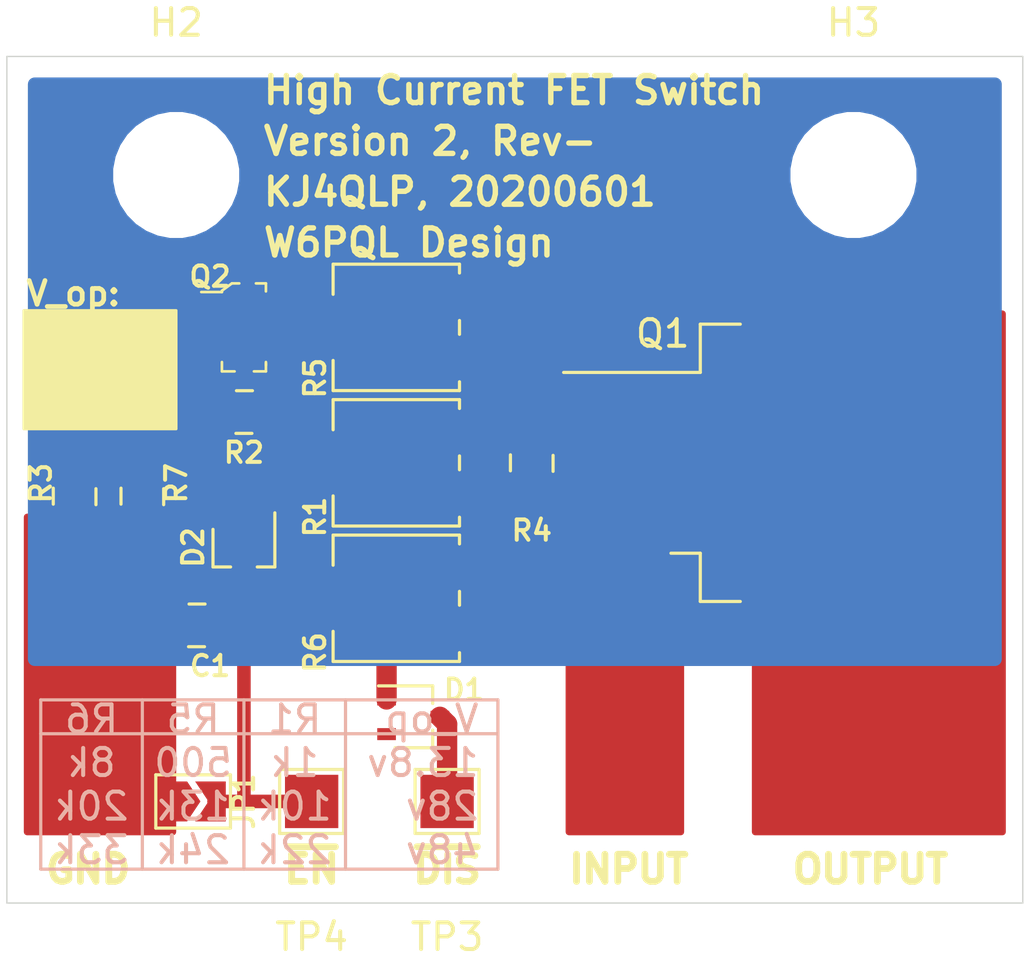
<source format=kicad_pcb>
(kicad_pcb (version 20171130) (host pcbnew 5.1.6-c6e7f7d~86~ubuntu16.04.1)

  (general
    (thickness 1.6)
    (drawings 31)
    (tracks 42)
    (zones 0)
    (modules 17)
    (nets 16)
  )

  (page USLetter)
  (title_block
    (title "High Current FET Switch - Version 1")
    (date 2020-05-31)
    (rev -)
    (company "Amateur Radio")
    (comment 1 "Based on W6PQL Design")
    (comment 2 creativecommons.org/licenses/by/4.0/)
    (comment 3 "License: CC BY 4.0")
    (comment 4 "Author: Zach Leffke, KJ4QLP")
  )

  (layers
    (0 F.Cu signal)
    (31 B.Cu signal)
    (32 B.Adhes user)
    (33 F.Adhes user)
    (34 B.Paste user)
    (35 F.Paste user)
    (36 B.SilkS user)
    (37 F.SilkS user)
    (38 B.Mask user)
    (39 F.Mask user)
    (40 Dwgs.User user)
    (41 Cmts.User user)
    (42 Eco1.User user)
    (43 Eco2.User user)
    (44 Edge.Cuts user)
    (45 Margin user)
    (46 B.CrtYd user)
    (47 F.CrtYd user)
    (48 B.Fab user)
    (49 F.Fab user)
  )

  (setup
    (last_trace_width 0.762)
    (user_trace_width 0.254)
    (user_trace_width 0.508)
    (user_trace_width 0.762)
    (user_trace_width 1.016)
    (user_trace_width 1.27)
    (user_trace_width 1.905)
    (user_trace_width 2.54)
    (trace_clearance 0.254)
    (zone_clearance 0.762)
    (zone_45_only no)
    (trace_min 0.254)
    (via_size 0.508)
    (via_drill 0.254)
    (via_min_size 0.508)
    (via_min_drill 0.254)
    (uvia_size 0.508)
    (uvia_drill 0.254)
    (uvias_allowed no)
    (uvia_min_size 0.508)
    (uvia_min_drill 0.254)
    (edge_width 0.05)
    (segment_width 0.2)
    (pcb_text_width 0.3)
    (pcb_text_size 1.5 1.5)
    (mod_edge_width 0.12)
    (mod_text_size 1 1)
    (mod_text_width 0.15)
    (pad_size 1.524 1.524)
    (pad_drill 0.762)
    (pad_to_mask_clearance 0.05)
    (aux_axis_origin 0 0)
    (visible_elements FFFDFF7F)
    (pcbplotparams
      (layerselection 0x010fc_ffffffff)
      (usegerberextensions false)
      (usegerberattributes true)
      (usegerberadvancedattributes true)
      (creategerberjobfile true)
      (excludeedgelayer true)
      (linewidth 0.100000)
      (plotframeref false)
      (viasonmask false)
      (mode 1)
      (useauxorigin false)
      (hpglpennumber 1)
      (hpglpenspeed 20)
      (hpglpendiameter 15.000000)
      (psnegative false)
      (psa4output false)
      (plotreference true)
      (plotvalue true)
      (plotinvisibletext false)
      (padsonsilk false)
      (subtractmaskfromsilk false)
      (outputformat 1)
      (mirror false)
      (drillshape 1)
      (scaleselection 1)
      (outputdirectory ""))
  )

  (net 0 "")
  (net 1 "Net-(D1-Pad2)")
  (net 2 "Net-(D1-Pad1)")
  (net 3 "Net-(D2-Pad2)")
  (net 4 "Net-(D2-Pad1)")
  (net 5 "Net-(Q1-Pad1)")
  (net 6 "Net-(Q2-Pad1)")
  (net 7 "Net-(Q2-Pad3)")
  (net 8 GND)
  (net 9 +12V)
  (net 10 OUTPUT)
  (net 11 ~EN)
  (net 12 ~DIS)
  (net 13 "Net-(R1-Pad3)")
  (net 14 "Net-(R5-Pad3)")
  (net 15 "Net-(R6-Pad3)")

  (net_class Default "This is the default net class."
    (clearance 0.254)
    (trace_width 0.254)
    (via_dia 0.508)
    (via_drill 0.254)
    (uvia_dia 0.508)
    (uvia_drill 0.254)
    (diff_pair_width 0.508)
    (diff_pair_gap 0.254)
    (add_net +12V)
    (add_net GND)
    (add_net "Net-(D1-Pad1)")
    (add_net "Net-(D1-Pad2)")
    (add_net "Net-(D2-Pad1)")
    (add_net "Net-(D2-Pad2)")
    (add_net "Net-(Q1-Pad1)")
    (add_net "Net-(Q2-Pad1)")
    (add_net "Net-(Q2-Pad3)")
    (add_net "Net-(R1-Pad3)")
    (add_net "Net-(R5-Pad3)")
    (add_net "Net-(R6-Pad3)")
    (add_net OUTPUT)
    (add_net ~DIS)
    (add_net ~EN)
  )

  (module Potentiometer_SMD:Potentiometer_Bourns_3314G_Vertical (layer F.Cu) (tedit 5A81E1D7) (tstamp 5ED49534)
    (at 154.305 121.92 270)
    (descr "Potentiometer, vertical, Bourns 3314G, http://www.bourns.com/docs/Product-Datasheets/3314.pdf")
    (tags "Potentiometer vertical Bourns 3314G")
    (path /5ED498D0)
    (attr smd)
    (fp_text reference R6 (at 2.032 3.048 90) (layer F.SilkS)
      (effects (font (size 0.762 0.762) (thickness 0.15)))
    )
    (fp_text value 8k (at 0 4.65 90) (layer F.Fab)
      (effects (font (size 1 1) (thickness 0.15)))
    )
    (fp_text user %R (at 0 -1.7 90) (layer F.Fab)
      (effects (font (size 0.63 0.63) (thickness 0.15)))
    )
    (fp_circle (center 0 0) (end 1 0) (layer F.Fab) (width 0.1))
    (fp_line (start -2.25 -2.25) (end -2.25 2.25) (layer F.Fab) (width 0.1))
    (fp_line (start -2.25 2.25) (end 2.25 2.25) (layer F.Fab) (width 0.1))
    (fp_line (start 2.25 2.25) (end 2.25 -2.25) (layer F.Fab) (width 0.1))
    (fp_line (start 2.25 -2.25) (end -2.25 -2.25) (layer F.Fab) (width 0.1))
    (fp_line (start 0 0.99) (end 0.001 -0.989) (layer F.Fab) (width 0.1))
    (fp_line (start 0 0.99) (end 0.001 -0.989) (layer F.Fab) (width 0.1))
    (fp_line (start 2.04 -2.37) (end 2.37 -2.37) (layer F.SilkS) (width 0.12))
    (fp_line (start -2.37 -2.37) (end -2.039 -2.37) (layer F.SilkS) (width 0.12))
    (fp_line (start -0.259 -2.37) (end 0.26 -2.37) (layer F.SilkS) (width 0.12))
    (fp_line (start -2.37 2.37) (end -1.24 2.37) (layer F.SilkS) (width 0.12))
    (fp_line (start 1.24 2.37) (end 2.37 2.37) (layer F.SilkS) (width 0.12))
    (fp_line (start -2.37 -2.37) (end -2.37 2.37) (layer F.SilkS) (width 0.12))
    (fp_line (start 2.37 -2.37) (end 2.37 2.37) (layer F.SilkS) (width 0.12))
    (fp_line (start -2.5 -3.65) (end -2.5 3.65) (layer F.CrtYd) (width 0.05))
    (fp_line (start -2.5 3.65) (end 2.5 3.65) (layer F.CrtYd) (width 0.05))
    (fp_line (start 2.5 3.65) (end 2.5 -3.65) (layer F.CrtYd) (width 0.05))
    (fp_line (start 2.5 -3.65) (end -2.5 -3.65) (layer F.CrtYd) (width 0.05))
    (pad 3 smd rect (at -1.15 -2.75 270) (size 1.3 1.3) (layers F.Cu F.Paste F.Mask)
      (net 15 "Net-(R6-Pad3)"))
    (pad 2 smd rect (at 0 2.75 270) (size 2 1.3) (layers F.Cu F.Paste F.Mask)
      (net 4 "Net-(D2-Pad1)"))
    (pad 1 smd rect (at 1.15 -2.75 270) (size 1.3 1.3) (layers F.Cu F.Paste F.Mask)
      (net 9 +12V))
    (model ${KISYS3DMOD}/Potentiometer_SMD.3dshapes/Potentiometer_Bourns_3314G_Vertical.wrl
      (at (xyz 0 0 0))
      (scale (xyz 1 1 1))
      (rotate (xyz 0 0 0))
    )
  )

  (module Potentiometer_SMD:Potentiometer_Bourns_3314G_Vertical (layer F.Cu) (tedit 5A81E1D7) (tstamp 5ED4951A)
    (at 154.305 111.76 270)
    (descr "Potentiometer, vertical, Bourns 3314G, http://www.bourns.com/docs/Product-Datasheets/3314.pdf")
    (tags "Potentiometer vertical Bourns 3314G")
    (path /5ED4A7C0)
    (attr smd)
    (fp_text reference R5 (at 1.905 3.048 90) (layer F.SilkS)
      (effects (font (size 0.762 0.762) (thickness 0.15)))
    )
    (fp_text value 500 (at 0 4.65 90) (layer F.Fab)
      (effects (font (size 1 1) (thickness 0.15)))
    )
    (fp_text user %R (at 0 -1.7 90) (layer F.Fab)
      (effects (font (size 0.63 0.63) (thickness 0.15)))
    )
    (fp_circle (center 0 0) (end 1 0) (layer F.Fab) (width 0.1))
    (fp_line (start -2.25 -2.25) (end -2.25 2.25) (layer F.Fab) (width 0.1))
    (fp_line (start -2.25 2.25) (end 2.25 2.25) (layer F.Fab) (width 0.1))
    (fp_line (start 2.25 2.25) (end 2.25 -2.25) (layer F.Fab) (width 0.1))
    (fp_line (start 2.25 -2.25) (end -2.25 -2.25) (layer F.Fab) (width 0.1))
    (fp_line (start 0 0.99) (end 0.001 -0.989) (layer F.Fab) (width 0.1))
    (fp_line (start 0 0.99) (end 0.001 -0.989) (layer F.Fab) (width 0.1))
    (fp_line (start 2.04 -2.37) (end 2.37 -2.37) (layer F.SilkS) (width 0.12))
    (fp_line (start -2.37 -2.37) (end -2.039 -2.37) (layer F.SilkS) (width 0.12))
    (fp_line (start -0.259 -2.37) (end 0.26 -2.37) (layer F.SilkS) (width 0.12))
    (fp_line (start -2.37 2.37) (end -1.24 2.37) (layer F.SilkS) (width 0.12))
    (fp_line (start 1.24 2.37) (end 2.37 2.37) (layer F.SilkS) (width 0.12))
    (fp_line (start -2.37 -2.37) (end -2.37 2.37) (layer F.SilkS) (width 0.12))
    (fp_line (start 2.37 -2.37) (end 2.37 2.37) (layer F.SilkS) (width 0.12))
    (fp_line (start -2.5 -3.65) (end -2.5 3.65) (layer F.CrtYd) (width 0.05))
    (fp_line (start -2.5 3.65) (end 2.5 3.65) (layer F.CrtYd) (width 0.05))
    (fp_line (start 2.5 3.65) (end 2.5 -3.65) (layer F.CrtYd) (width 0.05))
    (fp_line (start 2.5 -3.65) (end -2.5 -3.65) (layer F.CrtYd) (width 0.05))
    (pad 3 smd rect (at -1.15 -2.75 270) (size 1.3 1.3) (layers F.Cu F.Paste F.Mask)
      (net 14 "Net-(R5-Pad3)"))
    (pad 2 smd rect (at 0 2.75 270) (size 2 1.3) (layers F.Cu F.Paste F.Mask)
      (net 7 "Net-(Q2-Pad3)"))
    (pad 1 smd rect (at 1.15 -2.75 270) (size 1.3 1.3) (layers F.Cu F.Paste F.Mask)
      (net 5 "Net-(Q1-Pad1)"))
    (model ${KISYS3DMOD}/Potentiometer_SMD.3dshapes/Potentiometer_Bourns_3314G_Vertical.wrl
      (at (xyz 0 0 0))
      (scale (xyz 1 1 1))
      (rotate (xyz 0 0 0))
    )
  )

  (module Potentiometer_SMD:Potentiometer_Bourns_3314G_Vertical (layer F.Cu) (tedit 5A81E1D7) (tstamp 5ED497BE)
    (at 154.305 116.84 270)
    (descr "Potentiometer, vertical, Bourns 3314G, http://www.bourns.com/docs/Product-Datasheets/3314.pdf")
    (tags "Potentiometer vertical Bourns 3314G")
    (path /5ED4A1BB)
    (attr smd)
    (fp_text reference R1 (at 2.032 3.048 90) (layer F.SilkS)
      (effects (font (size 0.762 0.762) (thickness 0.15)))
    )
    (fp_text value 1k (at 0 4.65 90) (layer F.Fab)
      (effects (font (size 1 1) (thickness 0.15)))
    )
    (fp_text user %R (at 0 -1.7 90) (layer F.Fab)
      (effects (font (size 0.63 0.63) (thickness 0.15)))
    )
    (fp_circle (center 0 0) (end 1 0) (layer F.Fab) (width 0.1))
    (fp_line (start -2.25 -2.25) (end -2.25 2.25) (layer F.Fab) (width 0.1))
    (fp_line (start -2.25 2.25) (end 2.25 2.25) (layer F.Fab) (width 0.1))
    (fp_line (start 2.25 2.25) (end 2.25 -2.25) (layer F.Fab) (width 0.1))
    (fp_line (start 2.25 -2.25) (end -2.25 -2.25) (layer F.Fab) (width 0.1))
    (fp_line (start 0 0.99) (end 0.001 -0.989) (layer F.Fab) (width 0.1))
    (fp_line (start 0 0.99) (end 0.001 -0.989) (layer F.Fab) (width 0.1))
    (fp_line (start 2.04 -2.37) (end 2.37 -2.37) (layer F.SilkS) (width 0.12))
    (fp_line (start -2.37 -2.37) (end -2.039 -2.37) (layer F.SilkS) (width 0.12))
    (fp_line (start -0.259 -2.37) (end 0.26 -2.37) (layer F.SilkS) (width 0.12))
    (fp_line (start -2.37 2.37) (end -1.24 2.37) (layer F.SilkS) (width 0.12))
    (fp_line (start 1.24 2.37) (end 2.37 2.37) (layer F.SilkS) (width 0.12))
    (fp_line (start -2.37 -2.37) (end -2.37 2.37) (layer F.SilkS) (width 0.12))
    (fp_line (start 2.37 -2.37) (end 2.37 2.37) (layer F.SilkS) (width 0.12))
    (fp_line (start -2.5 -3.65) (end -2.5 3.65) (layer F.CrtYd) (width 0.05))
    (fp_line (start -2.5 3.65) (end 2.5 3.65) (layer F.CrtYd) (width 0.05))
    (fp_line (start 2.5 3.65) (end 2.5 -3.65) (layer F.CrtYd) (width 0.05))
    (fp_line (start 2.5 -3.65) (end -2.5 -3.65) (layer F.CrtYd) (width 0.05))
    (pad 3 smd rect (at -1.15 -2.75 270) (size 1.3 1.3) (layers F.Cu F.Paste F.Mask)
      (net 13 "Net-(R1-Pad3)"))
    (pad 2 smd rect (at 0 2.75 270) (size 2 1.3) (layers F.Cu F.Paste F.Mask)
      (net 2 "Net-(D1-Pad1)"))
    (pad 1 smd rect (at 1.15 -2.75 270) (size 1.3 1.3) (layers F.Cu F.Paste F.Mask)
      (net 9 +12V))
    (model ${KISYS3DMOD}/Potentiometer_SMD.3dshapes/Potentiometer_Bourns_3314G_Vertical.wrl
      (at (xyz 0 0 0))
      (scale (xyz 1 1 1))
      (rotate (xyz 0 0 0))
    )
  )

  (module Jumper:SolderJumper-2_P1.3mm_Open_TrianglePad1.0x1.5mm (layer F.Cu) (tedit 5A64794F) (tstamp 5ED47B54)
    (at 146.685 129.54)
    (descr "SMD Solder Jumper, 1x1.5mm Triangular Pads, 0.3mm gap, open")
    (tags "solder jumper open")
    (path /5ED66C3D)
    (attr virtual)
    (fp_text reference JP1 (at 1.905 0 90) (layer F.SilkS)
      (effects (font (size 0.762 0.762) (thickness 0.15)))
    )
    (fp_text value Jumper (at 0 1.9) (layer F.Fab)
      (effects (font (size 1 1) (thickness 0.15)))
    )
    (fp_line (start -1.4 1) (end -1.4 -1) (layer F.SilkS) (width 0.12))
    (fp_line (start 1.4 1) (end -1.4 1) (layer F.SilkS) (width 0.12))
    (fp_line (start 1.4 -1) (end 1.4 1) (layer F.SilkS) (width 0.12))
    (fp_line (start -1.4 -1) (end 1.4 -1) (layer F.SilkS) (width 0.12))
    (fp_line (start -1.65 -1.25) (end 1.65 -1.25) (layer F.CrtYd) (width 0.05))
    (fp_line (start -1.65 -1.25) (end -1.65 1.25) (layer F.CrtYd) (width 0.05))
    (fp_line (start 1.65 1.25) (end 1.65 -1.25) (layer F.CrtYd) (width 0.05))
    (fp_line (start 1.65 1.25) (end -1.65 1.25) (layer F.CrtYd) (width 0.05))
    (pad 1 smd custom (at -0.725 0) (size 0.3 0.3) (layers F.Cu F.Mask)
      (net 8 GND) (zone_connect 2)
      (options (clearance outline) (anchor rect))
      (primitives
        (gr_poly (pts
           (xy -0.5 -0.75) (xy 0.5 -0.75) (xy 1 0) (xy 0.5 0.75) (xy -0.5 0.75)
) (width 0))
      ))
    (pad 2 smd custom (at 0.725 0) (size 0.3 0.3) (layers F.Cu F.Mask)
      (net 11 ~EN) (zone_connect 2)
      (options (clearance outline) (anchor rect))
      (primitives
        (gr_poly (pts
           (xy -0.65 -0.75) (xy 0.5 -0.75) (xy 0.5 0.75) (xy -0.65 0.75) (xy -0.15 0)
) (width 0))
      ))
  )

  (module MountingHole:MountingHole_3.2mm_M3 (layer F.Cu) (tedit 56D1B4CB) (tstamp 5ED3FC03)
    (at 171.45 106.045)
    (descr "Mounting Hole 3.2mm, no annular, M3")
    (tags "mounting hole 3.2mm no annular m3")
    (path /5ED5F474)
    (attr virtual)
    (fp_text reference H3 (at 0 -5.715) (layer F.SilkS)
      (effects (font (size 1 1) (thickness 0.15)))
    )
    (fp_text value MountingHole (at 0 4.2) (layer F.Fab)
      (effects (font (size 1 1) (thickness 0.15)))
    )
    (fp_circle (center 0 0) (end 3.2 0) (layer Cmts.User) (width 0.15))
    (fp_circle (center 0 0) (end 3.45 0) (layer F.CrtYd) (width 0.05))
    (fp_text user %R (at 0.3 0) (layer F.Fab)
      (effects (font (size 1 1) (thickness 0.15)))
    )
    (pad 1 np_thru_hole circle (at 0 0) (size 3.2 3.2) (drill 3.2) (layers *.Cu *.Mask))
  )

  (module MountingHole:MountingHole_3.2mm_M3 (layer F.Cu) (tedit 56D1B4CB) (tstamp 5ED3FBFB)
    (at 146.05 106.045)
    (descr "Mounting Hole 3.2mm, no annular, M3")
    (tags "mounting hole 3.2mm no annular m3")
    (path /5ED5DAE2)
    (attr virtual)
    (fp_text reference H2 (at 0 -5.715) (layer F.SilkS)
      (effects (font (size 1 1) (thickness 0.15)))
    )
    (fp_text value MountingHole (at 0 4.2) (layer F.Fab)
      (effects (font (size 1 1) (thickness 0.15)))
    )
    (fp_circle (center 0 0) (end 3.2 0) (layer Cmts.User) (width 0.15))
    (fp_circle (center 0 0) (end 3.45 0) (layer F.CrtYd) (width 0.05))
    (fp_text user %R (at 0.3 0) (layer F.Fab)
      (effects (font (size 1 1) (thickness 0.15)))
    )
    (pad 1 np_thru_hole circle (at 0 0) (size 3.2 3.2) (drill 3.2) (layers *.Cu *.Mask))
  )

  (module TestPoint:TestPoint_Pad_2.0x2.0mm (layer F.Cu) (tedit 5A0F774F) (tstamp 5ED390EE)
    (at 151.13 129.54 180)
    (descr "SMD rectangular pad as test Point, square 2.0mm side length")
    (tags "test point SMD pad rectangle square")
    (path /5ED465EC)
    (attr virtual)
    (fp_text reference TP4 (at 0 -5.08) (layer F.SilkS)
      (effects (font (size 1 1) (thickness 0.15)))
    )
    (fp_text value ~ENABLE (at 0 2.05) (layer F.Fab)
      (effects (font (size 1 1) (thickness 0.15)))
    )
    (fp_line (start -1.2 -1.2) (end 1.2 -1.2) (layer F.SilkS) (width 0.12))
    (fp_line (start 1.2 -1.2) (end 1.2 1.2) (layer F.SilkS) (width 0.12))
    (fp_line (start 1.2 1.2) (end -1.2 1.2) (layer F.SilkS) (width 0.12))
    (fp_line (start -1.2 1.2) (end -1.2 -1.2) (layer F.SilkS) (width 0.12))
    (fp_line (start -1.5 -1.5) (end 1.5 -1.5) (layer F.CrtYd) (width 0.05))
    (fp_line (start -1.5 -1.5) (end -1.5 1.5) (layer F.CrtYd) (width 0.05))
    (fp_line (start 1.5 1.5) (end 1.5 -1.5) (layer F.CrtYd) (width 0.05))
    (fp_line (start 1.5 1.5) (end -1.5 1.5) (layer F.CrtYd) (width 0.05))
    (fp_text user %R (at 0 -2) (layer F.Fab)
      (effects (font (size 1 1) (thickness 0.15)))
    )
    (pad 1 smd rect (at 0 0 180) (size 2 2) (layers F.Cu F.Mask)
      (net 11 ~EN))
  )

  (module TestPoint:TestPoint_Pad_2.0x2.0mm (layer F.Cu) (tedit 5A0F774F) (tstamp 5ED390E0)
    (at 156.21 129.54 180)
    (descr "SMD rectangular pad as test Point, square 2.0mm side length")
    (tags "test point SMD pad rectangle square")
    (path /5ED4724F)
    (attr virtual)
    (fp_text reference TP3 (at 0 -5.08) (layer F.SilkS)
      (effects (font (size 1 1) (thickness 0.15)))
    )
    (fp_text value ~DISABLE (at 0 2.05) (layer F.Fab)
      (effects (font (size 1 1) (thickness 0.15)))
    )
    (fp_line (start -1.2 -1.2) (end 1.2 -1.2) (layer F.SilkS) (width 0.12))
    (fp_line (start 1.2 -1.2) (end 1.2 1.2) (layer F.SilkS) (width 0.12))
    (fp_line (start 1.2 1.2) (end -1.2 1.2) (layer F.SilkS) (width 0.12))
    (fp_line (start -1.2 1.2) (end -1.2 -1.2) (layer F.SilkS) (width 0.12))
    (fp_line (start -1.5 -1.5) (end 1.5 -1.5) (layer F.CrtYd) (width 0.05))
    (fp_line (start -1.5 -1.5) (end -1.5 1.5) (layer F.CrtYd) (width 0.05))
    (fp_line (start 1.5 1.5) (end 1.5 -1.5) (layer F.CrtYd) (width 0.05))
    (fp_line (start 1.5 1.5) (end -1.5 1.5) (layer F.CrtYd) (width 0.05))
    (fp_text user %R (at 0 -2) (layer F.Fab)
      (effects (font (size 1 1) (thickness 0.15)))
    )
    (pad 1 smd rect (at 0 0 180) (size 2 2) (layers F.Cu F.Mask)
      (net 12 ~DIS))
  )

  (module digikey-footprints:0805 (layer F.Cu) (tedit 5D288D36) (tstamp 5ED39416)
    (at 146.812 122.936 180)
    (path /5ED459CF)
    (attr smd)
    (fp_text reference C1 (at -0.508 -1.524 180) (layer F.SilkS)
      (effects (font (size 0.762 0.762) (thickness 0.15)))
    )
    (fp_text value 0.001uF (at 0 1.95) (layer F.Fab)
      (effects (font (size 1 1) (thickness 0.15)))
    )
    (fp_line (start -0.95 -0.675) (end -0.95 0.675) (layer F.Fab) (width 0.12))
    (fp_line (start 0.95 -0.675) (end 0.95 0.675) (layer F.Fab) (width 0.12))
    (fp_line (start -0.95 -0.68) (end 0.95 -0.68) (layer F.Fab) (width 0.12))
    (fp_line (start -0.95 0.68) (end 0.95 0.68) (layer F.Fab) (width 0.12))
    (fp_line (start -0.3 -0.8) (end 0.3 -0.8) (layer F.SilkS) (width 0.12))
    (fp_line (start -0.32 0.8) (end 0.28 0.8) (layer F.SilkS) (width 0.12))
    (fp_line (start -1.9 0.93) (end -1.9 -0.93) (layer F.CrtYd) (width 0.05))
    (fp_line (start 1.9 0.93) (end 1.9 -0.93) (layer F.CrtYd) (width 0.05))
    (fp_line (start -1.9 -0.93) (end 1.9 -0.93) (layer F.CrtYd) (width 0.05))
    (fp_line (start -1.9 0.93) (end 1.9 0.93) (layer F.CrtYd) (width 0.05))
    (pad 1 smd rect (at -1.05 0 180) (size 1.2 1.2) (layers F.Cu F.Paste F.Mask)
      (net 11 ~EN))
    (pad 2 smd rect (at 1.05 0 180) (size 1.2 1.2) (layers F.Cu F.Paste F.Mask)
      (net 8 GND))
  )

  (module digikey-footprints:0805 (layer F.Cu) (tedit 5D288D36) (tstamp 5ED3A138)
    (at 142.24 118.11 270)
    (path /5ED35789)
    (attr smd)
    (fp_text reference R3 (at -0.508 1.27 90) (layer F.SilkS)
      (effects (font (size 0.762 0.762) (thickness 0.15)))
    )
    (fp_text value 2k (at 0 1.95 90) (layer F.Fab)
      (effects (font (size 1 1) (thickness 0.15)))
    )
    (fp_line (start -0.95 -0.675) (end -0.95 0.675) (layer F.Fab) (width 0.12))
    (fp_line (start 0.95 -0.675) (end 0.95 0.675) (layer F.Fab) (width 0.12))
    (fp_line (start -0.95 -0.68) (end 0.95 -0.68) (layer F.Fab) (width 0.12))
    (fp_line (start -0.95 0.68) (end 0.95 0.68) (layer F.Fab) (width 0.12))
    (fp_line (start -0.3 -0.8) (end 0.3 -0.8) (layer F.SilkS) (width 0.12))
    (fp_line (start -0.32 0.8) (end 0.28 0.8) (layer F.SilkS) (width 0.12))
    (fp_line (start -1.9 0.93) (end -1.9 -0.93) (layer F.CrtYd) (width 0.05))
    (fp_line (start 1.9 0.93) (end 1.9 -0.93) (layer F.CrtYd) (width 0.05))
    (fp_line (start -1.9 -0.93) (end 1.9 -0.93) (layer F.CrtYd) (width 0.05))
    (fp_line (start -1.9 0.93) (end 1.9 0.93) (layer F.CrtYd) (width 0.05))
    (pad 1 smd rect (at -1.05 0 270) (size 1.2 1.2) (layers F.Cu F.Paste F.Mask)
      (net 6 "Net-(Q2-Pad1)"))
    (pad 2 smd rect (at 1.05 0 270) (size 1.2 1.2) (layers F.Cu F.Paste F.Mask)
      (net 8 GND))
  )

  (module digikey-footprints:0805 (layer F.Cu) (tedit 5D288D36) (tstamp 5ED390A6)
    (at 144.78 118.11 270)
    (path /5ED35D74)
    (attr smd)
    (fp_text reference R7 (at -0.508 -1.27 90) (layer F.SilkS)
      (effects (font (size 0.762 0.762) (thickness 0.15)))
    )
    (fp_text value 2.5k (at 0 1.95 90) (layer F.Fab)
      (effects (font (size 1 1) (thickness 0.15)))
    )
    (fp_line (start -0.95 -0.675) (end -0.95 0.675) (layer F.Fab) (width 0.12))
    (fp_line (start 0.95 -0.675) (end 0.95 0.675) (layer F.Fab) (width 0.12))
    (fp_line (start -0.95 -0.68) (end 0.95 -0.68) (layer F.Fab) (width 0.12))
    (fp_line (start -0.95 0.68) (end 0.95 0.68) (layer F.Fab) (width 0.12))
    (fp_line (start -0.3 -0.8) (end 0.3 -0.8) (layer F.SilkS) (width 0.12))
    (fp_line (start -0.32 0.8) (end 0.28 0.8) (layer F.SilkS) (width 0.12))
    (fp_line (start -1.9 0.93) (end -1.9 -0.93) (layer F.CrtYd) (width 0.05))
    (fp_line (start 1.9 0.93) (end 1.9 -0.93) (layer F.CrtYd) (width 0.05))
    (fp_line (start -1.9 -0.93) (end 1.9 -0.93) (layer F.CrtYd) (width 0.05))
    (fp_line (start -1.9 0.93) (end 1.9 0.93) (layer F.CrtYd) (width 0.05))
    (pad 1 smd rect (at -1.05 0 270) (size 1.2 1.2) (layers F.Cu F.Paste F.Mask)
      (net 4 "Net-(D2-Pad1)"))
    (pad 2 smd rect (at 1.05 0 270) (size 1.2 1.2) (layers F.Cu F.Paste F.Mask)
      (net 8 GND))
  )

  (module digikey-footprints:0805 (layer F.Cu) (tedit 5D288D36) (tstamp 5ED39096)
    (at 148.59 114.935 180)
    (path /5ED351C0)
    (attr smd)
    (fp_text reference R2 (at 0 -1.524) (layer F.SilkS)
      (effects (font (size 0.762 0.762) (thickness 0.15)))
    )
    (fp_text value 6k (at 0 1.95) (layer F.Fab)
      (effects (font (size 1 1) (thickness 0.15)))
    )
    (fp_line (start -0.95 -0.675) (end -0.95 0.675) (layer F.Fab) (width 0.12))
    (fp_line (start 0.95 -0.675) (end 0.95 0.675) (layer F.Fab) (width 0.12))
    (fp_line (start -0.95 -0.68) (end 0.95 -0.68) (layer F.Fab) (width 0.12))
    (fp_line (start -0.95 0.68) (end 0.95 0.68) (layer F.Fab) (width 0.12))
    (fp_line (start -0.3 -0.8) (end 0.3 -0.8) (layer F.SilkS) (width 0.12))
    (fp_line (start -0.32 0.8) (end 0.28 0.8) (layer F.SilkS) (width 0.12))
    (fp_line (start -1.9 0.93) (end -1.9 -0.93) (layer F.CrtYd) (width 0.05))
    (fp_line (start 1.9 0.93) (end 1.9 -0.93) (layer F.CrtYd) (width 0.05))
    (fp_line (start -1.9 -0.93) (end 1.9 -0.93) (layer F.CrtYd) (width 0.05))
    (fp_line (start -1.9 0.93) (end 1.9 0.93) (layer F.CrtYd) (width 0.05))
    (pad 1 smd rect (at -1.05 0 180) (size 1.2 1.2) (layers F.Cu F.Paste F.Mask)
      (net 2 "Net-(D1-Pad1)"))
    (pad 2 smd rect (at 1.05 0 180) (size 1.2 1.2) (layers F.Cu F.Paste F.Mask)
      (net 6 "Net-(Q2-Pad1)"))
  )

  (module digikey-footprints:0805 (layer F.Cu) (tedit 5D288D36) (tstamp 5ED39056)
    (at 159.385 116.84 90)
    (path /5ED3C6E3)
    (attr smd)
    (fp_text reference R4 (at -2.54 0 180) (layer F.SilkS)
      (effects (font (size 0.762 0.762) (thickness 0.15)))
    )
    (fp_text value 10k (at 0 1.95 90) (layer F.Fab)
      (effects (font (size 1 1) (thickness 0.15)))
    )
    (fp_line (start -0.95 -0.675) (end -0.95 0.675) (layer F.Fab) (width 0.12))
    (fp_line (start 0.95 -0.675) (end 0.95 0.675) (layer F.Fab) (width 0.12))
    (fp_line (start -0.95 -0.68) (end 0.95 -0.68) (layer F.Fab) (width 0.12))
    (fp_line (start -0.95 0.68) (end 0.95 0.68) (layer F.Fab) (width 0.12))
    (fp_line (start -0.3 -0.8) (end 0.3 -0.8) (layer F.SilkS) (width 0.12))
    (fp_line (start -0.32 0.8) (end 0.28 0.8) (layer F.SilkS) (width 0.12))
    (fp_line (start -1.9 0.93) (end -1.9 -0.93) (layer F.CrtYd) (width 0.05))
    (fp_line (start 1.9 0.93) (end 1.9 -0.93) (layer F.CrtYd) (width 0.05))
    (fp_line (start -1.9 -0.93) (end 1.9 -0.93) (layer F.CrtYd) (width 0.05))
    (fp_line (start -1.9 0.93) (end 1.9 0.93) (layer F.CrtYd) (width 0.05))
    (pad 1 smd rect (at -1.05 0 90) (size 1.2 1.2) (layers F.Cu F.Paste F.Mask)
      (net 9 +12V))
    (pad 2 smd rect (at 1.05 0 90) (size 1.2 1.2) (layers F.Cu F.Paste F.Mask)
      (net 5 "Net-(Q1-Pad1)"))
  )

  (module digikey-footprints:SOT-23-3 (layer F.Cu) (tedit 5D28A5E3) (tstamp 5ED3D9EC)
    (at 148.59 111.76)
    (path /5ED38985)
    (attr smd)
    (fp_text reference Q2 (at -1.27 -1.905) (layer F.SilkS)
      (effects (font (size 0.762 0.762) (thickness 0.15)))
    )
    (fp_text value MMBTA06LT1G (at 0.025 3.25) (layer F.Fab)
      (effects (font (size 1 1) (thickness 0.15)))
    )
    (fp_line (start 0.7 1.52) (end 0.7 -1.52) (layer F.Fab) (width 0.1))
    (fp_line (start -0.7 1.52) (end 0.7 1.52) (layer F.Fab) (width 0.1))
    (fp_line (start 0.825 -1.65) (end 0.825 -1.35) (layer F.SilkS) (width 0.1))
    (fp_line (start 0.45 -1.65) (end 0.825 -1.65) (layer F.SilkS) (width 0.1))
    (fp_line (start 0.825 1.65) (end 0.375 1.65) (layer F.SilkS) (width 0.1))
    (fp_line (start 0.825 1.35) (end 0.825 1.65) (layer F.SilkS) (width 0.1))
    (fp_line (start 0.825 1.425) (end 0.825 1.3) (layer F.SilkS) (width 0.1))
    (fp_line (start -0.825 1.65) (end -0.825 1.3) (layer F.SilkS) (width 0.1))
    (fp_line (start -0.35 1.65) (end -0.825 1.65) (layer F.SilkS) (width 0.1))
    (fp_line (start -0.425 -1.525) (end -0.7 -1.325) (layer F.Fab) (width 0.1))
    (fp_line (start -0.425 -1.525) (end 0.7 -1.525) (layer F.Fab) (width 0.1))
    (fp_line (start -0.7 -1.325) (end -0.7 1.525) (layer F.Fab) (width 0.1))
    (fp_line (start -0.825 -1.325) (end -1.6 -1.325) (layer F.SilkS) (width 0.1))
    (fp_line (start -0.825 -1.375) (end -0.825 -1.325) (layer F.SilkS) (width 0.1))
    (fp_line (start -0.45 -1.65) (end -0.825 -1.375) (layer F.SilkS) (width 0.1))
    (fp_line (start -0.175 -1.65) (end -0.45 -1.65) (layer F.SilkS) (width 0.1))
    (fp_line (start 1.825 -1.95) (end 1.825 1.95) (layer F.CrtYd) (width 0.05))
    (fp_line (start 1.825 1.95) (end -1.825 1.95) (layer F.CrtYd) (width 0.05))
    (fp_line (start -1.825 -1.95) (end -1.825 1.95) (layer F.CrtYd) (width 0.05))
    (fp_line (start -1.825 -1.95) (end 1.825 -1.95) (layer F.CrtYd) (width 0.05))
    (fp_text user %R (at -0.125 0.15) (layer F.Fab)
      (effects (font (size 0.25 0.25) (thickness 0.05)))
    )
    (pad 1 smd rect (at -1.05 -0.95) (size 1.3 0.6) (layers F.Cu F.Paste F.Mask)
      (net 6 "Net-(Q2-Pad1)") (solder_mask_margin 0.07))
    (pad 2 smd rect (at -1.05 0.95) (size 1.3 0.6) (layers F.Cu F.Paste F.Mask)
      (net 4 "Net-(D2-Pad1)") (solder_mask_margin 0.07))
    (pad 3 smd rect (at 1.05 0) (size 1.3 0.6) (layers F.Cu F.Paste F.Mask)
      (net 7 "Net-(Q2-Pad3)") (solder_mask_margin 0.07))
  )

  (module Package_TO_SOT_SMD:TO-263-2 (layer F.Cu) (tedit 5A70FB7B) (tstamp 5ED3902A)
    (at 168.656 116.84)
    (descr "TO-263 / D2PAK / DDPAK SMD package, http://www.infineon.com/cms/en/product/packages/PG-TO263/PG-TO263-3-1/")
    (tags "D2PAK DDPAK TO-263 D2PAK-3 TO-263-3 SOT-404")
    (path /5ED336C3)
    (attr smd)
    (fp_text reference Q1 (at -4.36 -4.845) (layer F.SilkS)
      (effects (font (size 1 1) (thickness 0.15)))
    )
    (fp_text value FQP27P06 (at 0 6.65) (layer F.Fab)
      (effects (font (size 1 1) (thickness 0.15)))
    )
    (fp_line (start 8.32 -5.65) (end -8.32 -5.65) (layer F.CrtYd) (width 0.05))
    (fp_line (start 8.32 5.65) (end 8.32 -5.65) (layer F.CrtYd) (width 0.05))
    (fp_line (start -8.32 5.65) (end 8.32 5.65) (layer F.CrtYd) (width 0.05))
    (fp_line (start -8.32 -5.65) (end -8.32 5.65) (layer F.CrtYd) (width 0.05))
    (fp_line (start -2.95 3.39) (end -4.05 3.39) (layer F.SilkS) (width 0.12))
    (fp_line (start -2.95 5.2) (end -2.95 3.39) (layer F.SilkS) (width 0.12))
    (fp_line (start -1.45 5.2) (end -2.95 5.2) (layer F.SilkS) (width 0.12))
    (fp_line (start -2.95 -3.39) (end -8.075 -3.39) (layer F.SilkS) (width 0.12))
    (fp_line (start -2.95 -5.2) (end -2.95 -3.39) (layer F.SilkS) (width 0.12))
    (fp_line (start -1.45 -5.2) (end -2.95 -5.2) (layer F.SilkS) (width 0.12))
    (fp_line (start -7.45 3.04) (end -2.75 3.04) (layer F.Fab) (width 0.1))
    (fp_line (start -7.45 2.04) (end -7.45 3.04) (layer F.Fab) (width 0.1))
    (fp_line (start -2.75 2.04) (end -7.45 2.04) (layer F.Fab) (width 0.1))
    (fp_line (start -7.45 -2.04) (end -2.75 -2.04) (layer F.Fab) (width 0.1))
    (fp_line (start -7.45 -3.04) (end -7.45 -2.04) (layer F.Fab) (width 0.1))
    (fp_line (start -2.75 -3.04) (end -7.45 -3.04) (layer F.Fab) (width 0.1))
    (fp_line (start -1.75 -5) (end 6.5 -5) (layer F.Fab) (width 0.1))
    (fp_line (start -2.75 -4) (end -1.75 -5) (layer F.Fab) (width 0.1))
    (fp_line (start -2.75 5) (end -2.75 -4) (layer F.Fab) (width 0.1))
    (fp_line (start 6.5 5) (end -2.75 5) (layer F.Fab) (width 0.1))
    (fp_line (start 6.5 -5) (end 6.5 5) (layer F.Fab) (width 0.1))
    (fp_line (start 7.5 5) (end 6.5 5) (layer F.Fab) (width 0.1))
    (fp_line (start 7.5 -5) (end 7.5 5) (layer F.Fab) (width 0.1))
    (fp_line (start 6.5 -5) (end 7.5 -5) (layer F.Fab) (width 0.1))
    (fp_text user %R (at 0 0) (layer F.Fab)
      (effects (font (size 1 1) (thickness 0.15)))
    )
    (pad "" smd rect (at 0.95 2.775) (size 4.55 5.25) (layers F.Paste))
    (pad "" smd rect (at 5.8 -2.775) (size 4.55 5.25) (layers F.Paste))
    (pad "" smd rect (at 0.95 -2.775) (size 4.55 5.25) (layers F.Paste))
    (pad "" smd rect (at 5.8 2.775) (size 4.55 5.25) (layers F.Paste))
    (pad 2 smd rect (at 3.375 0) (size 9.4 10.8) (layers F.Cu F.Mask)
      (net 10 OUTPUT))
    (pad 3 smd rect (at -5.775 2.54) (size 4.6 1.1) (layers F.Cu F.Paste F.Mask)
      (net 9 +12V))
    (pad 1 smd rect (at -5.775 -2.54) (size 4.6 1.1) (layers F.Cu F.Paste F.Mask)
      (net 5 "Net-(Q1-Pad1)"))
    (model ${KISYS3DMOD}/Package_TO_SOT_SMD.3dshapes/TO-263-2.wrl
      (at (xyz 0 0 0))
      (scale (xyz 1 1 1))
      (rotate (xyz 0 0 0))
    )
  )

  (module Package_TO_SOT_SMD:SOT-323_SC-70 (layer F.Cu) (tedit 5A02FF57) (tstamp 5ED4A2AE)
    (at 148.59 120.015 270)
    (descr "SOT-323, SC-70")
    (tags "SOT-323 SC-70")
    (path /5ED447B2)
    (attr smd)
    (fp_text reference D2 (at 0 1.905 90) (layer F.SilkS)
      (effects (font (size 0.762 0.762) (thickness 0.15)))
    )
    (fp_text value BAS16W (at -0.05 2.05 90) (layer F.Fab)
      (effects (font (size 1 1) (thickness 0.15)))
    )
    (fp_line (start -0.18 -1.1) (end -0.68 -0.6) (layer F.Fab) (width 0.1))
    (fp_line (start 0.67 1.1) (end -0.68 1.1) (layer F.Fab) (width 0.1))
    (fp_line (start 0.67 -1.1) (end 0.67 1.1) (layer F.Fab) (width 0.1))
    (fp_line (start -0.68 -0.6) (end -0.68 1.1) (layer F.Fab) (width 0.1))
    (fp_line (start 0.67 -1.1) (end -0.18 -1.1) (layer F.Fab) (width 0.1))
    (fp_line (start -0.68 1.16) (end 0.73 1.16) (layer F.SilkS) (width 0.12))
    (fp_line (start 0.73 -1.16) (end -1.3 -1.16) (layer F.SilkS) (width 0.12))
    (fp_line (start -1.7 1.3) (end -1.7 -1.3) (layer F.CrtYd) (width 0.05))
    (fp_line (start -1.7 -1.3) (end 1.7 -1.3) (layer F.CrtYd) (width 0.05))
    (fp_line (start 1.7 -1.3) (end 1.7 1.3) (layer F.CrtYd) (width 0.05))
    (fp_line (start 1.7 1.3) (end -1.7 1.3) (layer F.CrtYd) (width 0.05))
    (fp_line (start 0.73 -1.16) (end 0.73 -0.5) (layer F.SilkS) (width 0.12))
    (fp_line (start 0.73 0.5) (end 0.73 1.16) (layer F.SilkS) (width 0.12))
    (fp_text user %R (at 0 0) (layer F.Fab)
      (effects (font (size 0.5 0.5) (thickness 0.075)))
    )
    (pad 3 smd rect (at 1 0 180) (size 0.45 0.7) (layers F.Cu F.Paste F.Mask)
      (net 11 ~EN))
    (pad 2 smd rect (at -1 0.65 180) (size 0.45 0.7) (layers F.Cu F.Paste F.Mask)
      (net 3 "Net-(D2-Pad2)"))
    (pad 1 smd rect (at -1 -0.65 180) (size 0.45 0.7) (layers F.Cu F.Paste F.Mask)
      (net 4 "Net-(D2-Pad1)"))
    (model ${KISYS3DMOD}/Package_TO_SOT_SMD.3dshapes/SOT-323_SC-70.wrl
      (at (xyz 0 0 0))
      (scale (xyz 1 1 1))
      (rotate (xyz 0 0 0))
    )
  )

  (module Package_TO_SOT_SMD:SOT-323_SC-70 (layer F.Cu) (tedit 5A02FF57) (tstamp 5ED3C9CE)
    (at 154.94 126.365)
    (descr "SOT-323, SC-70")
    (tags "SOT-323 SC-70")
    (path /5ED37563)
    (attr smd)
    (fp_text reference D1 (at 1.905 -1.016) (layer F.SilkS)
      (effects (font (size 0.762 0.762) (thickness 0.15)))
    )
    (fp_text value BAS16W (at -0.05 2.05) (layer F.Fab)
      (effects (font (size 1 1) (thickness 0.15)))
    )
    (fp_line (start -0.18 -1.1) (end -0.68 -0.6) (layer F.Fab) (width 0.1))
    (fp_line (start 0.67 1.1) (end -0.68 1.1) (layer F.Fab) (width 0.1))
    (fp_line (start 0.67 -1.1) (end 0.67 1.1) (layer F.Fab) (width 0.1))
    (fp_line (start -0.68 -0.6) (end -0.68 1.1) (layer F.Fab) (width 0.1))
    (fp_line (start 0.67 -1.1) (end -0.18 -1.1) (layer F.Fab) (width 0.1))
    (fp_line (start -0.68 1.16) (end 0.73 1.16) (layer F.SilkS) (width 0.12))
    (fp_line (start 0.73 -1.16) (end -1.3 -1.16) (layer F.SilkS) (width 0.12))
    (fp_line (start -1.7 1.3) (end -1.7 -1.3) (layer F.CrtYd) (width 0.05))
    (fp_line (start -1.7 -1.3) (end 1.7 -1.3) (layer F.CrtYd) (width 0.05))
    (fp_line (start 1.7 -1.3) (end 1.7 1.3) (layer F.CrtYd) (width 0.05))
    (fp_line (start 1.7 1.3) (end -1.7 1.3) (layer F.CrtYd) (width 0.05))
    (fp_line (start 0.73 -1.16) (end 0.73 -0.5) (layer F.SilkS) (width 0.12))
    (fp_line (start 0.73 0.5) (end 0.73 1.16) (layer F.SilkS) (width 0.12))
    (fp_text user %R (at 0 0 90) (layer F.Fab)
      (effects (font (size 0.5 0.5) (thickness 0.075)))
    )
    (pad 3 smd rect (at 1 0 270) (size 0.45 0.7) (layers F.Cu F.Paste F.Mask)
      (net 12 ~DIS))
    (pad 2 smd rect (at -1 0.65 270) (size 0.45 0.7) (layers F.Cu F.Paste F.Mask)
      (net 1 "Net-(D1-Pad2)"))
    (pad 1 smd rect (at -1 -0.65 270) (size 0.45 0.7) (layers F.Cu F.Paste F.Mask)
      (net 2 "Net-(D1-Pad1)"))
    (model ${KISYS3DMOD}/Package_TO_SOT_SMD.3dshapes/SOT-323_SC-70.wrl
      (at (xyz 0 0 0))
      (scale (xyz 1 1 1))
      (rotate (xyz 0 0 0))
    )
  )

  (gr_text V_op: (at 140.335 110.49) (layer F.SilkS) (tstamp 5ED48E6B)
    (effects (font (size 0.889 0.889) (thickness 0.1778)) (justify left))
  )
  (gr_poly (pts (xy 146.05 115.57) (xy 140.335 115.57) (xy 140.335 111.125) (xy 146.05 111.125)) (layer F.SilkS) (width 0.1))
  (gr_text "Version 2, Rev-" (at 149.225 104.775) (layer F.SilkS) (tstamp 5ED48E4A)
    (effects (font (size 1.016 1.016) (thickness 0.2032)) (justify left))
  )
  (gr_poly (pts (xy 177.8 124.46) (xy 139.7 124.46) (xy 139.7 101.6) (xy 177.8 101.6)) (layer B.Mask) (width 0.1))
  (gr_line (start 140.97 132.08) (end 158.115 132.08) (layer B.SilkS) (width 0.12) (tstamp 5ED47D16))
  (gr_line (start 140.97 125.73) (end 158.115 125.73) (layer B.SilkS) (width 0.12) (tstamp 5ED47D14))
  (gr_line (start 140.97 127) (end 158.115 127) (layer B.SilkS) (width 0.12) (tstamp 5ED47D08))
  (gr_line (start 158.115 125.73) (end 158.115 132.08) (layer B.SilkS) (width 0.12) (tstamp 5ED47D06))
  (gr_line (start 140.97 125.73) (end 140.97 132.08) (layer B.SilkS) (width 0.12) (tstamp 5ED47D04))
  (gr_line (start 152.4 125.73) (end 152.4 132.08) (layer B.SilkS) (width 0.12))
  (gr_line (start 148.59 125.73) (end 148.59 132.08) (layer B.SilkS) (width 0.12))
  (gr_line (start 144.78 125.73) (end 144.78 132.08) (layer B.SilkS) (width 0.12))
  (gr_text "V_op\n13.8v\n28v\n48v" (at 157.48 128.905) (layer B.SilkS) (tstamp 5ED47CE2)
    (effects (font (size 1.016 1.016) (thickness 0.1524)) (justify left mirror))
  )
  (gr_text "R6\n8k\n20k\n33k" (at 142.875 128.905) (layer B.SilkS) (tstamp 5ED47CDD)
    (effects (font (size 1.016 1.016) (thickness 0.1524)) (justify mirror))
  )
  (gr_text "R5\n500\n13k\n24k" (at 146.685 128.905) (layer B.SilkS) (tstamp 5ED47CD9)
    (effects (font (size 1.016 1.016) (thickness 0.1524)) (justify mirror))
  )
  (gr_text "R1\n1k\n10k\n22k" (at 150.495 128.905) (layer B.SilkS)
    (effects (font (size 1.016 1.016) (thickness 0.1524)) (justify mirror))
  )
  (gr_text "W6PQL Design" (at 149.225 108.585) (layer F.SilkS) (tstamp 5ED4035C)
    (effects (font (size 1.016 1.016) (thickness 0.2032)) (justify left))
  )
  (gr_text "KJ4QLP, 20200601" (at 149.225 106.68) (layer F.SilkS) (tstamp 5ED4034B)
    (effects (font (size 1.016 1.016) (thickness 0.2032)) (justify left))
  )
  (gr_text "High Current FET Switch" (at 149.225 102.87) (layer F.SilkS) (tstamp 5ED40345)
    (effects (font (size 1.016 1.016) (thickness 0.2032)) (justify left))
  )
  (gr_text OUTPUT (at 172.085 132.08) (layer F.SilkS) (tstamp 5ED3F702)
    (effects (font (size 1.016 1.016) (thickness 0.254)))
  )
  (gr_poly (pts (xy 165.1 130.81) (xy 160.655 130.81) (xy 160.655 118.745) (xy 165.1 118.745)) (layer F.Mask) (width 0.1))
  (gr_text INPUT (at 160.655 132.08) (layer F.SilkS) (tstamp 5ED3F599)
    (effects (font (size 1.016 1.016) (thickness 0.254)) (justify left))
  )
  (gr_text GND (at 142.748 132.08) (layer F.SilkS) (tstamp 5ED3F593)
    (effects (font (size 1.016 1.016) (thickness 0.254)))
  )
  (gr_text ~DIS (at 156.21 132.08) (layer F.SilkS) (tstamp 5ED3F567)
    (effects (font (size 1.016 1.016) (thickness 0.254)))
  )
  (gr_text ~EN (at 151.13 132.08) (layer F.SilkS)
    (effects (font (size 1.016 1.016) (thickness 0.254)))
  )
  (gr_poly (pts (xy 177.165 130.81) (xy 167.64 130.81) (xy 167.64 111.125) (xy 177.165 111.125)) (layer F.Mask) (width 0.1))
  (gr_poly (pts (xy 146.05 130.81) (xy 140.335 130.81) (xy 140.335 118.745) (xy 146.05 118.745)) (layer F.Mask) (width 0.1))
  (gr_line (start 139.7 101.6) (end 139.7 133.35) (layer Edge.Cuts) (width 0.05))
  (gr_line (start 177.8 133.35) (end 139.7 133.35) (layer Edge.Cuts) (width 0.05))
  (gr_line (start 177.8 101.6) (end 177.8 133.35) (layer Edge.Cuts) (width 0.05))
  (gr_line (start 139.7 101.6) (end 177.8 101.6) (layer Edge.Cuts) (width 0.05))

  (segment (start 151.555 115.36) (end 151.13 114.935) (width 0.762) (layer F.Cu) (net 2))
  (segment (start 151.555 116.84) (end 151.555 115.36) (width 0.762) (layer F.Cu) (net 2))
  (segment (start 151.555 116.84) (end 153.035 116.84) (width 0.762) (layer F.Cu) (net 2))
  (segment (start 153.94 117.745) (end 153.94 125.715) (width 0.762) (layer F.Cu) (net 2))
  (segment (start 153.035 116.84) (end 153.94 117.745) (width 0.762) (layer F.Cu) (net 2))
  (segment (start 149.64 114.935) (end 151.13 114.935) (width 0.762) (layer F.Cu) (net 2))
  (segment (start 151.555 120.44) (end 151.555 121.92) (width 0.508) (layer F.Cu) (net 4))
  (segment (start 149.24 119.015) (end 150.13 119.015) (width 0.508) (layer F.Cu) (net 4))
  (segment (start 150.13 119.015) (end 151.555 120.44) (width 0.508) (layer F.Cu) (net 4))
  (segment (start 144.78 117.06) (end 148.81 117.06) (width 0.508) (layer F.Cu) (net 4))
  (segment (start 149.24 117.49) (end 149.24 119.015) (width 0.508) (layer F.Cu) (net 4))
  (segment (start 148.81 117.06) (end 149.24 117.49) (width 0.508) (layer F.Cu) (net 4))
  (segment (start 148.59 113.03) (end 148.59 116.84) (width 0.254) (layer F.Cu) (net 4))
  (segment (start 148.59 116.84) (end 148.81 117.06) (width 0.254) (layer F.Cu) (net 4))
  (segment (start 147.54 112.71) (end 148.27 112.71) (width 0.254) (layer F.Cu) (net 4))
  (segment (start 148.27 112.71) (end 148.59 113.03) (width 0.254) (layer F.Cu) (net 4))
  (segment (start 159.265 112.91) (end 159.385 113.03) (width 1.016) (layer F.Cu) (net 5))
  (segment (start 157.055 112.91) (end 159.265 112.91) (width 1.016) (layer F.Cu) (net 5))
  (segment (start 162.881 114.3) (end 159.385 114.3) (width 1.016) (layer F.Cu) (net 5))
  (segment (start 159.385 115.79) (end 159.385 114.3) (width 1.016) (layer F.Cu) (net 5))
  (segment (start 159.385 114.3) (end 159.385 113.03) (width 1.016) (layer F.Cu) (net 5))
  (segment (start 147.54 110.81) (end 145.095 110.81) (width 0.762) (layer F.Cu) (net 6))
  (segment (start 145.095 110.81) (end 142.24 113.665) (width 0.762) (layer F.Cu) (net 6))
  (segment (start 142.24 113.665) (end 142.24 114.935) (width 0.762) (layer F.Cu) (net 6))
  (segment (start 142.24 114.935) (end 142.24 117.06) (width 0.762) (layer F.Cu) (net 6))
  (segment (start 147.54 114.935) (end 142.24 114.935) (width 0.762) (layer F.Cu) (net 6))
  (segment (start 149.64 111.76) (end 151.555 111.76) (width 0.762) (layer F.Cu) (net 7))
  (segment (start 157.155 117.89) (end 157.055 117.99) (width 1.016) (layer F.Cu) (net 9))
  (segment (start 159.385 117.89) (end 157.155 117.89) (width 1.016) (layer F.Cu) (net 9))
  (segment (start 158.87 123.07) (end 159.385 122.555) (width 1.016) (layer F.Cu) (net 9))
  (segment (start 157.055 123.07) (end 158.87 123.07) (width 1.016) (layer F.Cu) (net 9))
  (segment (start 162.881 119.38) (end 159.385 119.38) (width 1.016) (layer F.Cu) (net 9))
  (segment (start 159.385 117.89) (end 159.385 119.38) (width 1.016) (layer F.Cu) (net 9))
  (segment (start 159.385 119.38) (end 159.385 122.555) (width 1.016) (layer F.Cu) (net 9))
  (segment (start 151.13 129.54) (end 148.59 129.54) (width 0.508) (layer F.Cu) (net 11))
  (segment (start 148.59 129.54) (end 147.46801 129.54) (width 0.508) (layer F.Cu) (net 11))
  (segment (start 148.336 122.936) (end 148.59 123.19) (width 0.508) (layer F.Cu) (net 11))
  (segment (start 147.862 122.936) (end 148.336 122.936) (width 0.508) (layer F.Cu) (net 11))
  (segment (start 148.59 121.015) (end 148.59 123.19) (width 0.508) (layer F.Cu) (net 11))
  (segment (start 148.59 123.19) (end 148.59 129.54) (width 0.508) (layer F.Cu) (net 11))
  (segment (start 156.21 126.635) (end 155.94 126.365) (width 0.762) (layer F.Cu) (net 12))
  (segment (start 156.21 129.54) (end 156.21 126.635) (width 0.762) (layer F.Cu) (net 12))

  (zone (net 10) (net_name OUTPUT) (layer F.Cu) (tstamp 0) (hatch edge 0.508)
    (connect_pads yes (clearance 0.508))
    (min_thickness 0.254)
    (fill yes (arc_segments 32) (thermal_gap 0.508) (thermal_bridge_width 0.508))
    (polygon
      (pts
        (xy 177.165 130.81) (xy 167.64 130.81) (xy 167.64 111.125) (xy 177.165 111.125)
      )
    )
    (filled_polygon
      (pts
        (xy 177.038 130.683) (xy 167.767 130.683) (xy 167.767 111.252) (xy 177.038 111.252)
      )
    )
  )
  (zone (net 8) (net_name GND) (layer F.Cu) (tstamp 0) (hatch edge 0.508)
    (connect_pads thru_hole_only (clearance 0.508))
    (min_thickness 0.254)
    (fill yes (arc_segments 32) (thermal_gap 0.508) (thermal_bridge_width 0.508))
    (polygon
      (pts
        (xy 146.05 130.81) (xy 140.335 130.81) (xy 140.335 118.745) (xy 146.05 118.745)
      )
    )
    (filled_polygon
      (pts
        (xy 145.923 130.683) (xy 140.462 130.683) (xy 140.462 118.872) (xy 145.923 118.872)
      )
    )
  )
  (zone (net 0) (net_name "") (layer B.Cu) (tstamp 0) (hatch edge 0.508)
    (connect_pads (clearance 0.762))
    (min_thickness 0.508)
    (fill yes (arc_segments 32) (thermal_gap 0.762) (thermal_bridge_width 0.762))
    (polygon
      (pts
        (xy 177.8 124.46) (xy 139.7 124.46) (xy 139.7 101.6) (xy 177.8 101.6)
      )
    )
    (filled_polygon
      (pts
        (xy 176.759001 124.206) (xy 140.741 124.206) (xy 140.741 105.787346) (xy 143.434 105.787346) (xy 143.434 106.302654)
        (xy 143.534531 106.808059) (xy 143.731731 107.284141) (xy 144.01802 107.712603) (xy 144.382397 108.07698) (xy 144.810859 108.363269)
        (xy 145.286941 108.560469) (xy 145.792346 108.661) (xy 146.307654 108.661) (xy 146.813059 108.560469) (xy 147.289141 108.363269)
        (xy 147.717603 108.07698) (xy 148.08198 107.712603) (xy 148.368269 107.284141) (xy 148.565469 106.808059) (xy 148.666 106.302654)
        (xy 148.666 105.787346) (xy 168.834 105.787346) (xy 168.834 106.302654) (xy 168.934531 106.808059) (xy 169.131731 107.284141)
        (xy 169.41802 107.712603) (xy 169.782397 108.07698) (xy 170.210859 108.363269) (xy 170.686941 108.560469) (xy 171.192346 108.661)
        (xy 171.707654 108.661) (xy 172.213059 108.560469) (xy 172.689141 108.363269) (xy 173.117603 108.07698) (xy 173.48198 107.712603)
        (xy 173.768269 107.284141) (xy 173.965469 106.808059) (xy 174.066 106.302654) (xy 174.066 105.787346) (xy 173.965469 105.281941)
        (xy 173.768269 104.805859) (xy 173.48198 104.377397) (xy 173.117603 104.01302) (xy 172.689141 103.726731) (xy 172.213059 103.529531)
        (xy 171.707654 103.429) (xy 171.192346 103.429) (xy 170.686941 103.529531) (xy 170.210859 103.726731) (xy 169.782397 104.01302)
        (xy 169.41802 104.377397) (xy 169.131731 104.805859) (xy 168.934531 105.281941) (xy 168.834 105.787346) (xy 148.666 105.787346)
        (xy 148.565469 105.281941) (xy 148.368269 104.805859) (xy 148.08198 104.377397) (xy 147.717603 104.01302) (xy 147.289141 103.726731)
        (xy 146.813059 103.529531) (xy 146.307654 103.429) (xy 145.792346 103.429) (xy 145.286941 103.529531) (xy 144.810859 103.726731)
        (xy 144.382397 104.01302) (xy 144.01802 104.377397) (xy 143.731731 104.805859) (xy 143.534531 105.281941) (xy 143.434 105.787346)
        (xy 140.741 105.787346) (xy 140.741 102.641) (xy 176.759 102.641)
      )
    )
  )
  (zone (net 9) (net_name +12V) (layer F.Cu) (tstamp 0) (hatch edge 0.508)
    (connect_pads thru_hole_only (clearance 0.508))
    (min_thickness 0.254)
    (fill yes (arc_segments 32) (thermal_gap 0.508) (thermal_bridge_width 0.508))
    (polygon
      (pts
        (xy 165.1 130.81) (xy 160.655 130.81) (xy 160.655 118.6815) (xy 165.1 118.6815)
      )
    )
    (filled_polygon
      (pts
        (xy 164.973 130.683) (xy 160.782 130.683) (xy 160.782 118.8085) (xy 164.973 118.8085)
      )
    )
  )
)

</source>
